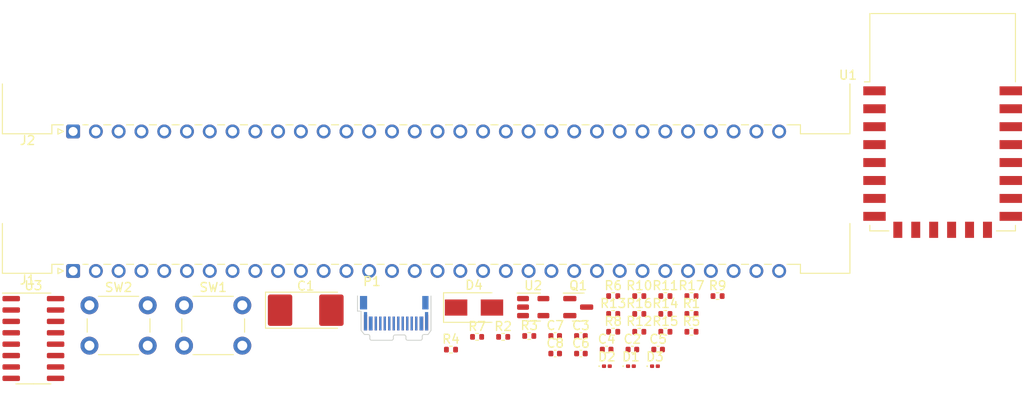
<source format=kicad_pcb>
(kicad_pcb (version 20211014) (generator pcbnew)
  (layers (0 "F.Cu" signal) (31 "B.Cu" signal) (34 "B.Paste" user) (35 "F.Paste" user) (36 "B.SilkS" user "B.Silkscreen") (37 "F.SilkS" user "F.Silkscreen") (38 "B.Mask" user) (39 "F.Mask" user) (44 "Edge.Cuts" user))
  (net 0 "")
  (net 1 "+3V3")
  (net 2 "+5VD")
  (net 3 "Net-(C4-Pad2)")
  (net 4 "Net-(C6-Pad1)")
  (net 5 "/nRST")
  (net 6 "/GPIO16")
  (net 7 "Net-(D1-Pad2)")
  (net 8 "/TXD")
  (net 9 "Net-(D2-Pad2)")
  (net 10 "/RXD")
  (net 11 "Net-(D3-Pad2)")
  (net 12 "/VDDUSB")
  (net 14 "Net-(P1-PadA6)")
  (net 15 "Net-(P1-PadA7)")
  (net 17 "Net-(Q1-Pad1)")
  (net 18 "Net-(Q1-Pad2)")
  (net 19 "/GPIO0")
  (net 20 "/GPIO2")
  (net 21 "/EN")
  (net 22 "Net-(R7-Pad2)")
  (net 23 "Net-(R9-Pad2)")
  (net 24 "/GPIO15")
  (net 25 "Net-(R12-Pad2)")
  (net 26 "Net-(R13-Pad1)")
  (net 27 "Net-(Q1-Pad4)")
  (net 28 "Net-(Q1-Pad5)")
  (net 29 "/ADC")
  (net 30 "/ADC EX")
  (net 31 "/GPIO14")
  (net 32 "/GPIO12")
  (net 33 "/GPIO13")
  (net 40 "/GPIO4")
  (net 41 "/GPIO5")
  (footprint "Capacitor_SMD:C_0402_1005Metric" (layer "F.Cu") (at 129.75 58.175)
    (fp_text reference "C6" (at 0 -1.16) (layer "F.SilkS"))
    (fp_text value "C")
    (fp_line (start -0.107836 -0.36) (end 0.107836 -0.36) (layer "F.SilkS") (width 0.12))
    (fp_line (start -0.107836 0.36) (end 0.107836 0.36) (layer "F.SilkS") (width 0.12))
    (pad "1" smd roundrect (at -0.48 0) (size 0.56 0.62) (layers "F.Cu" "F.Paste" "F.Mask") (net 4 "Net-(C6-Pad1)"))
    (pad "2" smd roundrect (at 0.48 0) (size 0.56 0.62) (layers "F.Cu" "F.Paste" "F.Mask") (net 1 "+3V3"))
  )
  (footprint "Resistor_SMD:R_0402_1005Metric" (layer "F.Cu") (at 133.35 51.765)
    (fp_text reference "R6" (at 0 -1.17) (layer "F.SilkS"))
    (fp_text value "R")
    (fp_line (start -0.153641 -0.38) (end 0.153641 -0.38) (layer "F.SilkS") (width 0.12))
    (fp_line (start -0.153641 0.38) (end 0.153641 0.38) (layer "F.SilkS") (width 0.12))
    (pad "1" smd roundrect (at -0.51 0) (size 0.54 0.64) (layers "F.Cu" "F.Paste" "F.Mask") (net 21 "/EN"))
    (pad "2" smd roundrect (at 0.51 0) (size 0.54 0.64) (layers "F.Cu" "F.Paste" "F.Mask") (net 1 "+3V3"))
  )
  (footprint "Resistor_SMD:R_0402_1005Metric" (layer "F.Cu") (at 118.17 56.315)
    (fp_text reference "R7" (at 0 -1.17) (layer "F.SilkS"))
    (fp_text value "R")
    (fp_line (start -0.153641 -0.38) (end 0.153641 -0.38) (layer "F.SilkS") (width 0.12))
    (fp_line (start -0.153641 0.38) (end 0.153641 0.38) (layer "F.SilkS") (width 0.12))
    (pad "1" smd roundrect (at -0.51 0) (size 0.54 0.64) (layers "F.Cu" "F.Paste" "F.Mask") (net 6 "/GPIO16"))
    (pad "2" smd roundrect (at 0.51 0) (size 0.54 0.64) (layers "F.Cu" "F.Paste" "F.Mask") (net 22 "Net-(R7-Pad2)"))
  )
  (footprint "Resistor_SMD:R_0402_1005Metric" (layer "F.Cu") (at 142.08 55.745)
    (fp_text reference "R5" (at 0 -1.17) (layer "F.SilkS"))
    (fp_text value "R")
    (fp_line (start -0.153641 -0.38) (end 0.153641 -0.38) (layer "F.SilkS") (width 0.12))
    (fp_line (start -0.153641 0.38) (end 0.153641 0.38) (layer "F.SilkS") (width 0.12))
    (pad "1" smd roundrect (at -0.51 0) (size 0.54 0.64) (layers "F.Cu" "F.Paste" "F.Mask") (net 1 "+3V3"))
    (pad "2" smd roundrect (at 0.51 0) (size 0.54 0.64) (layers "F.Cu" "F.Paste" "F.Mask") (net 11 "Net-(D3-Pad2)"))
  )
  (footprint "Resistor_SMD:R_0402_1005Metric" (layer "F.Cu") (at 123.99 56.215)
    (fp_text reference "R3" (at 0 -1.17) (layer "F.SilkS"))
    (fp_text value "R")
    (fp_line (start -0.153641 -0.38) (end 0.153641 -0.38) (layer "F.SilkS") (width 0.12))
    (fp_line (start -0.153641 0.38) (end 0.153641 0.38) (layer "F.SilkS") (width 0.12))
    (pad "1" smd roundrect (at -0.51 0) (size 0.54 0.64) (layers "F.Cu" "F.Paste" "F.Mask") (net 20 "/GPIO2"))
    (pad "2" smd roundrect (at 0.51 0) (size 0.54 0.64) (layers "F.Cu" "F.Paste" "F.Mask") (net 1 "+3V3"))
  )
  (footprint "Package_TO_SOT_SMD:SOT-23" (layer "F.Cu") (at 129.45 52.995)
    (fp_text reference "Q1" (at 0 -2.4) (layer "F.SilkS"))
    (fp_text value "Q_Dual_NPN_NPN_E1B1C2E2B2C1")
    (fp_line (start 0 -1.56) (end -1.675 -1.56) (layer "F.SilkS") (width 0.12))
    (fp_line (start 0 1.56) (end 0.65 1.56) (layer "F.SilkS") (width 0.12))
    (fp_line (start 0 1.56) (end -0.65 1.56) (layer "F.SilkS") (width 0.12))
    (fp_line (start 0 -1.56) (end 0.65 -1.56) (layer "F.SilkS") (width 0.12))
    (pad "1" smd roundrect (at -0.9375 -0.95) (size 1.475 0.6) (layers "F.Cu" "F.Paste" "F.Mask") (net 17 "Net-(Q1-Pad1)"))
    (pad "2" smd roundrect (at -0.9375 0.95) (size 1.475 0.6) (layers "F.Cu" "F.Paste" "F.Mask") (net 18 "Net-(Q1-Pad2)"))
    (pad "3" smd roundrect (at 0.9375 0) (size 1.475 0.6) (layers "F.Cu" "F.Paste" "F.Mask") (net 19 "/GPIO0"))
  )
  (footprint "Capacitor_SMD:C_0402_1005Metric" (layer "F.Cu") (at 135.49 57.725)
    (fp_text reference "C2" (at 0 -1.16) (layer "F.SilkS"))
    (fp_text value "C")
    (fp_line (start -0.107836 0.36) (end 0.107836 0.36) (layer "F.SilkS") (width 0.12))
    (fp_line (start -0.107836 -0.36) (end 0.107836 -0.36) (layer "F.SilkS") (width 0.12))
    (pad "1" smd roundrect (at -0.48 0) (size 0.56 0.62) (layers "F.Cu" "F.Paste" "F.Mask") (net 2 "+5VD"))
    (pad "2" smd roundrect (at 0.48 0) (size 0.56 0.62) (layers "F.Cu" "F.Paste" "F.Mask") (net 1 "+3V3"))
  )
  (footprint "Resistor_SMD:R_0402_1005Metric" (layer "F.Cu") (at 136.26 53.755)
    (fp_text reference "R16" (at 0 -1.17) (layer "F.SilkS"))
    (fp_text value "R")
    (fp_line (start -0.153641 0.38) (end 0.153641 0.38) (layer "F.SilkS") (width 0.12))
    (fp_line (start -0.153641 -0.38) (end 0.153641 -0.38) (layer "F.SilkS") (width 0.12))
    (pad "1" smd roundrect (at -0.51 0) (size 0.54 0.64) (layers "F.Cu" "F.Paste" "F.Mask") (net 29 "/ADC"))
    (pad "2" smd roundrect (at 0.51 0) (size 0.54 0.64) (layers "F.Cu" "F.Paste" "F.Mask") (net 30 "/ADC EX"))
  )
  (footprint "Diode_SMD:D_SMA" (layer "F.Cu") (at 117.83 53.045)
    (fp_text reference "D4" (at 0 -2.5) (layer "F.SilkS"))
    (fp_text value "B120-E3")
    (fp_line (start -3.4 1.65) (end 2 1.65) (layer "F.SilkS") (width 0.12))
    (fp_line (start -3.4 -1.65) (end -3.4 1.65) (layer "F.SilkS") (width 0.12))
    (fp_line (start -3.4 -1.65) (end 2 -1.65) (layer "F.SilkS") (width 0.12))
    (pad "1" smd rect (at -2 0) (size 2.5 1.8) (layers "F.Cu" "F.Paste" "F.Mask") (net 2 "+5VD"))
    (pad "2" smd rect (at 2 0) (size 2.5 1.8) (layers "F.Cu" "F.Paste" "F.Mask") (net 12 "/VDDUSB"))
  )
  (footprint "Resistor_SMD:R_0402_1005Metric" (layer "F.Cu") (at 121.08 56.315)
    (fp_text reference "R2" (at 0 -1.17) (layer "F.SilkS"))
    (fp_text value "R")
    (fp_line (start -0.153641 -0.38) (end 0.153641 -0.38) (layer "F.SilkS") (width 0.12))
    (fp_line (start -0.153641 0.38) (end 0.153641 0.38) (layer "F.SilkS") (width 0.12))
    (pad "1" smd roundrect (at -0.51 0) (size 0.54 0.64) (layers "F.Cu" "F.Paste" "F.Mask") (net 19 "/GPIO0"))
    (pad "2" smd roundrect (at 0.51 0) (size 0.54 0.64) (layers "F.Cu" "F.Paste" "F.Mask") (net 1 "+3V3"))
  )
  (footprint "Resistor_SMD:R_0402_1005Metric" (layer "F.Cu") (at 133.35 53.755)
    (fp_text reference "R13" (at 0 -1.17) (layer "F.SilkS"))
    (fp_text value "R")
    (fp_line (start -0.153641 -0.38) (end 0.153641 -0.38) (layer "F.SilkS") (width 0.12))
    (fp_line (start -0.153641 0.38) (end 0.153641 0.38) (layer "F.SilkS") (width 0.12))
    (pad "1" smd roundrect (at -0.51 0) (size 0.54 0.64) (layers "F.Cu" "F.Paste" "F.Mask") (net 26 "Net-(R13-Pad1)"))
    (pad "2" smd roundrect (at 0.51 0) (size 0.54 0.64) (layers "F.Cu" "F.Paste" "F.Mask") (net 8 "/TXD"))
  )
  (footprint "LED_SMD:LED_0201_0603Metric" (layer "F.Cu") (at 138.005 59.585)
    (fp_text reference "D3" (at 0 -1.05) (layer "F.SilkS"))
    (fp_text value "LED")
    (fp_circle (center -0.86 0) (end -0.81 0) (layer "F.SilkS") (width 0.1) (fill none))
    (pad "1" smd roundrect (at -0.32 0) (size 0.46 0.4) (layers "F.Cu" "F.Mask") (net 10 "/RXD"))
    (pad "2" smd roundrect (at 0.32 0) (size 0.46 0.4) (layers "F.Cu" "F.Mask") (net 11 "Net-(D3-Pad2)"))
  )
  (footprint "Capacitor_SMD:C_0402_1005Metric" (layer "F.Cu") (at 138.36 57.725)
    (fp_text reference "C5" (at 0 -1.16) (layer "F.SilkS"))
    (fp_text value "C")
    (fp_line (start -0.107836 0.36) (end 0.107836 0.36) (layer "F.SilkS") (width 0.12))
    (fp_line (start -0.107836 -0.36) (end 0.107836 -0.36) (layer "F.SilkS") (width 0.12))
    (pad "1" smd roundrect (at -0.48 0) (size 0.56 0.62) (layers "F.Cu" "F.Paste" "F.Mask") (net 2 "+5VD"))
    (pad "2" smd roundrect (at 0.48 0) (size 0.56 0.62) (layers "F.Cu" "F.Paste" "F.Mask") (net 1 "+3V3"))
  )
  (footprint "Resistor_SMD:R_0402_1005Metric" (layer "F.Cu") (at 142.08 51.765)
    (fp_text reference "R17" (at 0 -1.17) (layer "F.SilkS"))
    (fp_text value "R")
    (fp_line (start -0.153641 -0.38) (end 0.153641 -0.38) (layer "F.SilkS") (width 0.12))
    (fp_line (start -0.153641 0.38) (end 0.153641 0.38) (layer "F.SilkS") (width 0.12))
    (pad "1" smd roundrect (at -0.51 0) (size 0.54 0.64) (layers "F.Cu" "F.Paste" "F.Mask") (net 29 "/ADC"))
    (pad "2" smd roundrect (at 0.51 0) (size 0.54 0.64) (layers "F.Cu" "F.Paste" "F.Mask") (net 1 "+3V3"))
  )
  (footprint "Resistor_SMD:R_0402_1005Metric" (layer "F.Cu") (at 133.35 55.745)
    (fp_text reference "R8" (at 0 -1.17) (layer "F.SilkS"))
    (fp_text value "R")
    (fp_line (start -0.153641 -0.38) (end 0.153641 -0.38) (layer "F.SilkS") (width 0.12))
    (fp_line (start -0.153641 0.38) (end 0.153641 0.38) (layer "F.SilkS") (width 0.12))
    (pad "1" smd roundrect (at -0.51 0) (size 0.54 0.64) (layers "F.Cu" "F.Paste" "F.Mask") (net 5 "/nRST"))
    (pad "2" smd roundrect (at 0.51 0) (size 0.54 0.64) (layers "F.Cu" "F.Paste" "F.Mask") (net 22 "Net-(R7-Pad2)"))
  )
  (footprint "Resistor_SMD:R_0402_1005Metric" (layer "F.Cu") (at 142.08 53.755)
    (fp_text reference "R1" (at 0 -1.17) (layer "F.SilkS"))
    (fp_text value "R")
    (fp_line (start -0.153641 0.38) (end 0.153641 0.38) (layer "F.SilkS") (width 0.12))
    (fp_line (start -0.153641 -0.38) (end 0.153641 -0.38) (layer "F.SilkS") (width 0.12))
    (pad "1" smd roundrect (at -0.51 0) (size 0.54 0.64) (layers "F.Cu" "F.Paste" "F.Mask") (net 1 "+3V3"))
    (pad "2" smd roundrect (at 0.51 0) (size 0.54 0.64) (layers "F.Cu" "F.Paste" "F.Mask") (net 7 "Net-(D1-Pad2)"))
  )
  (footprint "Capacitor_Tantalum_SMD:CP_EIA-7132-28_AVX-C_Pad2.72x3.50mm_HandSolder" (layer "F.Cu") (at 99.06 53.34)
    (fp_text reference "C1" (at 0 -2.7) (layer "F.SilkS"))
    (fp_text value "C_Polarized")
    (fp_line (start -4.485 2.01) (end 3.55 2.01) (layer "F.SilkS") (width 0.12))
    (fp_line (start 3.55 -2.01) (end -4.485 -2.01) (layer "F.SilkS") (width 0.12))
    (fp_line (start -4.485 -2.01) (end -4.485 2.01) (layer "F.SilkS") (width 0.12))
    (pad "1" smd roundrect (at -2.8625 0) (size 2.725 3.5) (layers "F.Cu" "F.Paste" "F.Mask") (roundrect_rratio 0.091743) (net 1 "+3V3"))
    (pad "2" smd roundrect (at 2.8625 0) (size 2.725 3.5) (layers "F.Cu" "F.Paste" "F.Mask") (roundrect_rratio 0.091743) (net 1 "+3V3"))
  )
  (footprint "Resistor_SMD:R_0402_1005Metric" (layer "F.Cu") (at 136.26 51.765)
    (fp_text reference "R10" (at 0 -1.17) (layer "F.SilkS"))
    (fp_text value "R")
    (fp_line (start -0.153641 -0.38) (end 0.153641 -0.38) (layer "F.SilkS") (width 0.12))
    (fp_line (start -0.153641 0.38) (end 0.153641 0.38) (layer "F.SilkS") (width 0.12))
    (pad "1" smd roundrect (at -0.51 0) (size 0.54 0.64) (layers "F.Cu" "F.Paste" "F.Mask") (net 5 "/nRST"))
    (pad "2" smd roundrect (at 0.51 0) (size 0.54 0.64) (layers "F.Cu" "F.Paste" "F.Mask") (net 1 "+3V3"))
  )
  (footprint "Resistor_SMD:R_0402_1005Metric" (layer "F.Cu") (at 144.99 51.765)
    (fp_text reference "R9" (at 0 -1.17) (layer "F.SilkS"))
    (fp_text value "R")
    (fp_line (start -0.153641 -0.38) (end 0.153641 -0.38) (layer "F.SilkS") (width 0.12))
    (fp_line (start -0.153641 0.38) (end 0.153641 0.38) (layer "F.SilkS") (width 0.12))
    (pad "1" smd roundrect (at -0.51 0) (size 0.54 0.64) (layers "F.Cu" "F.Paste" "F.Mask") (net 19 "/GPIO0"))
    (pad "2" smd roundrect (at 0.51 0) (size 0.54 0.64) (layers "F.Cu" "F.Paste" "F.Mask") (net 23 "Net-(R9-Pad2)"))
  )
  (footprint "Capacitor_SMD:C_0402_1005Metric" (layer "F.Cu") (at 126.88 56.205)
    (fp_text reference "C7" (at 0 -1.16) (layer "F.SilkS"))
    (fp_text value "C")
    (fp_line (start -0.107836 0.36) (end 0.107836 0.36) (layer "F.SilkS") (width 0.12))
    (fp_line (start -0.107836 -0.36) (end 0.107836 -0.36) (layer "F.SilkS") (width 0.12))
    (pad "1" smd roundrect (at -0.48 0) (size 0.56 0.62) (layers "F.Cu" "F.Paste" "F.Mask") (net 1 "+3V3"))
    (pad "2" smd roundrect (at 0.48 0) (size 0.56 0.62) (layers "F.Cu" "F.Paste" "F.Mask") (net 1 "+3V3"))
  )
  (footprint "Resistor_SMD:R_0402_1005Metric" (layer "F.Cu") (at 139.17 53.755)
    (fp_text reference "R14" (at 0 -1.17) (layer "F.SilkS"))
    (fp_text value "R")
    (fp_line (start -0.153641 -0.38) (end 0.153641 -0.38) (layer "F.SilkS") (width 0.12))
    (fp_line (start -0.153641 0.38) (end 0.153641 0.38) (layer "F.SilkS") (width 0.12))
    (pad "1" smd roundrect (at -0.51 0) (size 0.54 0.64) (layers "F.Cu" "F.Paste" "F.Mask") (net 18 "Net-(Q1-Pad2)"))
    (pad "2" smd roundrect (at 0.51 0) (size 0.54 0.64) (layers "F.Cu" "F.Paste" "F.Mask") (net 27 "Net-(Q1-Pad4)"))
  )
  (footprint "Resistor_SMD:R_0402_1005Metric" (layer "F.Cu") (at 136.26 55.745)
    (fp_text reference "R12" (at 0 -1.17) (layer "F.SilkS"))
    (fp_text value "R")
    (fp_line (start -0.153641 -0.38) (end 0.153641 -0.38) (layer "F.SilkS") (width 0.12))
    (fp_line (start -0.153641 0.38) (end 0.153641 0.38) (layer "F.SilkS") (width 0.12))
    (pad "1" smd roundrect (at -0.51 0) (size 0.54 0.64) (layers "F.Cu" "F.Paste" "F.Mask") (net 10 "/RXD"))
    (pad "2" smd roundrect (at 0.51 0) (size 0.54 0.64) (layers "F.Cu" "F.Paste" "F.Mask") (net 25 "Net-(R12-Pad2)"))
  )
  (footprint "LED_SMD:LED_0201_0603Metric" (layer "F.Cu") (at 132.645 59.585)
    (fp_text reference "D2" (at 0 -1.05) (layer "F.SilkS"))
    (fp_text value "LED")
    (fp_circle (center -0.86 0) (end -0.81 0) (layer "F.SilkS") (width 0.1) (fill none))
    (pad "1" smd roundrect (at -0.32 0) (size 0.46 0.4) (layers "F.Cu" "F.Mask") (net 8 "/TXD"))
    (pad "2" smd roundrect (at 0.32 0) (size 0.46 0.4) (layers "F.Cu" "F.Mask") (net 9 "Net-(D2-Pad2)"))
  )
  (footprint "Package_SO:SOIC-16_3.9x9.9mm_P1.27mm" (layer "F.Cu") (at 68.69 56.495)
    (fp_text reference "U3" (at 0 -5.9) (layer "F.SilkS"))
    (fp_text value "CH340C")
    (fp_line (start 0 5.06) (end 1.95 5.06) (layer "F.SilkS") (width 0.12))
    (fp_line (start 0 -5.06) (end -3.45 -5.06) (layer "F.SilkS") (width 0.12))
    (fp_line (start 0 5.06) (end -1.95 5.06) (layer "F.SilkS") (width 0.12))
    (fp_line (start 0 -5.06) (end 1.95 -5.06) (layer "F.SilkS") (width 0.12))
    (pad "1" smd roundrect (at -2.475 -4.445) (size 1.95 0.6) (layers "F.Cu" "F.Paste" "F.Mask") (net 1 "+3V3"))
    (pad "2" smd roundrect (at -2.475 -3.175) (size 1.95 0.6) (layers "F.Cu" "F.Paste" "F.Mask") (net 25 "Net-(R12-Pad2)"))
    (pad "3" smd roundrect (at -2.475 -1.905) (size 1.95 0.6) (layers "F.Cu" "F.Paste" "F.Mask") (net 26 "Net-(R13-Pad1)"))
    (pad "4" smd roundrect (at -2.475 -0.635) (size 1.95 0.6) (layers "F.Cu" "F.Paste" "F.Mask") (net 3 "Net-(C4-Pad2)"))
    (pad "5" smd roundrect (at -2.475 0.635) (size 1.95 0.6) (layers "F.Cu" "F.Paste" "F.Mask") (net 14 "Net-(P1-PadA6)"))
    (pad "6" smd roundrect (at -2.475 1.905) (size 1.95 0.6) (layers "F.Cu" "F.Paste" "F.Mask") (net 15 "Net-(P1-PadA7)"))
    (pad "7" smd roundrect (at -2.475 3.175) (size 1.95 0.6) (layers "F.Cu" "F.Paste" "F.Mask"))
    (pad "8" smd roundrect (at -2.475 4.445) (size 1.95 0.6) (layers "F.Cu" "F.Paste" "F.Mask"))
    (pad "9" smd roundrect (at 2.475 4.445) (size 1.95 0.6) (layers "F.Cu" "F.Paste" "F.Mask"))
    (pad "10" smd roundrect (at 2.475 3.175) (size 1.95 0.6) (layers "F.Cu" "F.Paste" "F.Mask"))
    (pad "11" smd roundrect (at 2.475 1.905) (size 1.95 0.6) (layers "F.Cu" "F.Paste" "F.Mask"))
    (pad "12" smd roundrect (at 2.475 0.635) (size 1.95 0.6) (layers "F.Cu" "F.Paste" "F.Mask"))
    (pad "13" smd roundrect (at 2.475 -0.635) (size 1.95 0.6) (layers "F.Cu" "F.Paste" "F.Mask") (net 27 "Net-(Q1-Pad4)"))
    (pad "14" smd roundrect (at 2.475 -1.905) (size 1.95 0.6) (layers "F.Cu" "F.Paste" "F.Mask") (net 17 "Net-(Q1-Pad1)"))
    (pad "15" smd roundrect (at 2.475 -3.175) (size 1.95 0.6) (layers "F.Cu" "F.Paste" "F.Mask"))
    (pad "16" smd roundrect (at 2.475 -4.445) (size 1.95 0.6) (layers "F.Cu" "F.Paste" "F.Mask") (net 2 "+5VD"))
  )
  (footprint "Capacitor_SMD:C_0402_1005Metric" (layer "F.Cu") (at 126.88 58.175)
    (fp_text reference "C8" (at 0 -1.16) (layer "F.SilkS"))
    (fp_text value "C")
    (fp_line (start -0.107836 0.36) (end 0.107836 0.36) (layer "F.SilkS") (width 0.12))
    (fp_line (start -0.107836 -0.36) (end 0.107836 -0.36) (layer "F.SilkS") (width 0.12))
    (pad "1" smd roundrect (at -0.48 0) (size 0.56 0.62) (layers "F.Cu" "F.Paste" "F.Mask") (net 1 "+3V3"))
    (pad "2" smd roundrect (at 0.48 0) (size 0.56 0.62) (layers "F.Cu" "F.Paste" "F.Mask") (net 5 "/nRST"))
  )
  (footprint "Resistor_SMD:R_0402_1005Metric" (layer "F.Cu") (at 115.26 57.735)
    (fp_text reference "R4" (at 0 -1.17) (layer "F.SilkS"))
    (fp_text value "R")
    (fp_line (start -0.153641 0.38) (end 0.153641 0.38) (layer "F.SilkS") (width 0.12))
    (fp_line (start -0.153641 -0.38) (end 0.153641 -0.38) (layer "F.SilkS") (width 0.12))
    (pad "1" smd roundrect (at -0.51 0) (size 0.54 0.64) (layers "F.Cu" "F.Paste" "F.Mask") (net 1 "+3V3"))
    (pad "2" smd roundrect (at 0.51 0) (size 0.54 0.64) (layers "F.Cu" "F.Paste" "F.Mask") (net 9 "Net-(D2-Pad2)"))
  )
  (footprint "Button_Switch_THT:SW_PUSH_6mm" (layer "F.Cu") (at 85.49 52.795)
    (fp_text reference "SW1" (at 3.25 -2) (layer "F.SilkS"))
    (fp_text value "SW_Push")
    (fp_line (start 1 5.5) (end 5.5 5.5) (layer "F.SilkS") (width 0.12))
    (fp_line (start 5.5 -1) (end 1 -1) (layer "F.SilkS") (width 0.12))
    (fp_line (start 6.75 3) (end 6.75 1.5) (layer "F.SilkS") (width 0.12))
    (fp_line (start -0.25 1.5) (end -0.25 3) (layer "F.SilkS") (width 0.12))
    (pad "1" thru_hole circle (at 0 0 90) (size 2 2) (drill 1.1) (layers *.Cu *.Mask) (net 22 "Net-(R7-Pad2)"))
    (pad "1" thru_hole circle (at 6.5 0 90) (size 2 2) (drill 1.1) (layers *.Cu *.Mask) (net 22 "Net-(R7-Pad2)"))
    (pad "2" thru_hole circle (at 6.5 4.5 90) (size 2 2) (drill 1.1) (layers *.Cu *.Mask) (net 1 "+3V3"))
    (pad "2" thru_hole circle (at 0 4.5 90) (size 2 2) (drill 1.1) (layers *.Cu *.Mask) (net 1 "+3V3"))
  )
  (footprint "Connector_USB:USB_C_Plug_JAE_DX07P024AJ1" (layer "F.Cu") (at 109.1325 53.675)
    (fp_text reference "P1" (at -2.6925 -3.54) (layer "F.SilkS"))
    (fp_text value "USB_C_Plug_USB2.0")
    (fp_line (start 3.575 2.3725) (end 3.9 1.9225) (layer "Edge.Cuts") (width 0.1))
    (fp_line (start 1.1 2.8225) (end 1.1 2.6225) (layer "Edge.Cuts") (width 0.1))
    (fp_line (start -0.3 2.6225) (end -0.3 2.8225) (layer "Edge.Cuts") (width 0.1))
    (fp_line (start -3.125 2.3725) (end -3.53 2.3725) (layer "Edge.Cuts") (width 0.1))
    (fp_line (start -0.1 2.4225) (end 0.9 2.4225) (layer "Edge.Cuts") (width 0.1))
    (fp_line (start -3.53 2.3725) (end -3.9 1.9225) (layer "Edge.Cuts") (width 0.1))
    (fp_line (start -3.9 1.9225) (end -3.9 -0.2275) (layer "Edge.Cuts") (width 0.1))
    (fp_line (start 3.9 1.9225) (end 3.9 -1.9175) (layer "Edge.Cuts") (width 0.1))
    (fp_line (start -4.3 -1.93) (end -4.3 -0.2275) (layer "Edge.Cuts") (width 0.1))
    (fp_line (start 1.3 3.0225) (end 2.725 3.0225) (layer "Edge.Cuts") (width 0.1))
    (fp_line (start 2.925 2.8225) (end 2.925 2.5725) (layer "Edge.Cuts") (width 0.1))
    (fp_line (start -2.925 2.8225) (end -2.925 2.5725) (layer "Edge.Cuts") (width 0.1))
    (fp_line (start -0.5 3.0225) (end -2.725 3.0225) (layer "Edge.Cuts") (width 0.1))
    (fp_line (start -4.3 -0.2275) (end -3.9 -0.2275) (layer "Edge.Cuts") (width 0.1))
    (fp_line (start 3.125 2.3725) (end 3.575 2.3725) (layer "Edge.Cuts") (width 0.1))
    (fp_arc (start -3.125 2.3725) (mid -2.983579 2.431079) (end -2.925 2.5725) (layer "Edge.Cuts") (width 0.1))
    (fp_arc (start 2.925 2.5725) (mid 2.983579 2.431079) (end 3.125 2.3725) (layer "Edge.Cuts") (width 0.1))
    (fp_arc (start -0.3 2.6225) (mid -0.241421 2.481079) (end -0.1 2.4225) (layer "Edge.Cuts") (width 0.1))
    (fp_arc (start 0.9 2.4225) (mid 1.041421 2.481079) (end 1.1 2.6225) (layer "Edge.Cuts") (width 0.1))
    (fp_arc (start -2.725 3.0225) (mid -2.866421 2.963921) (end -2.925 2.8225) (layer "Edge.Cuts") (width 0.1))
    (fp_arc (start 2.925 2.8225) (mid 2.866421 2.963921) (end 2.725 3.0225) (layer "Edge.Cuts") (width 0.1))
    (fp_arc (start -0.3 2.8225) (mid -0.358579 2.963921) (end -0.5 3.0225) (layer "Edge.Cuts") (width 0.1))
    (fp_arc (start 1.3 3.0225) (mid 1.158579 2.963921) (end 1.1 2.8225) (layer "Edge.Cuts") (width 0.1))
    (pad "" smd rect (at -3.405 1.0475) (size 0.36 1.75) (layers "F.Cu" "F.Mask"))
    (pad "" smd rect (at 3.405 1.0475) (size 0.36 1.75) (layers "F.Cu" "F.Mask"))
    (pad "A1" smd rect (at 2.825 1.1475) (size 0.41 1.55) (layers "F.Cu" "F.Paste" "F.Mask") (net 1 "+3V3"))
    (pad "A2" smd rect (at 2.25 1.1475) (size 0.26 1.55) (layers "F.Cu" "F.Paste" "F.Mask"))
    (pad "A3" smd rect (at 1.75 1.1475) (size 0.26 1.55) (layers "F.Cu" "F.Paste" "F.Mask"))
    (pad "A4" smd rect (at 1.25 1.1475) (size 0.26 1.55) (layers "F.Cu" "F.Paste" "F.Mask") (net 12 "/VDDUSB"))
    (pad "A5" smd rect (at 0.75 1.1475) (size 0.26 1.55) (layers "F.Cu" "F.Paste" "F.Mask"))
    (pad "A6" smd rect (at 0.25 1.1475 180) (size 0.26 1.55) (layers "F.Cu" "F.Paste" "F.Mask") (net 14 "Net-(P1-PadA6)"))
    (pad "A7" smd rect (at -0.25 1.1475 180) (size 0.26 1.55) (layers "F.Cu" "F.Paste" "F.Mask") (net 15 "Net-(P1-PadA7)"))
    (pad "A8" smd rect (at -0.75 1.1475) (size 0.26 1.55) (layers "F.Cu" "F.Paste" "F.Mask"))
    (pad "A9" smd rect (at -1.25 1.1475) (size 0.26 1.55) (layers "F.Cu" "F.Paste" "F.Mask") (net 12 "/VDDUSB"))
    (pad "A10" smd rect (at -1.75 1.1475) (size 0.26 1.55) (layers "F.Cu" "F.Paste" "F.Mask"))
    (pad "A11" smd rect (at -2.25 1.1475) (size 0.26 1.55) (layers "F.Cu" "F.Paste" "F.Mask"))
    (pad "A12" smd rect (at -2.825 1.1475) (size 0.41 1.55) (layers "F.Cu" "F.Paste" "F.Mask") (net 1 "+3V3"))
    (pad "B1" smd rect (at -2.825 1.1475) (size 0.41 1.55) (layers "B.Cu" "B.Paste" "B.Mask") (net 1 "+3V3"))
    (pad "B2" smd rect (at -2.25 1.1475) (size 0.26 1.55) (layers "B.Cu" "B.Paste" "B.Mask"))
    (pad "B3" smd rect (at -1.75 1.1475) (size 0.26 1.55) (layers "B.Cu" "B.Paste" "B.Mask"))
    (pad "B4" smd rect (at -1.25 1.1475) (size 0.26 1.55) (layers "B.Cu" "B.Paste" "B.Mask") (net 12 "/VDDUSB"))
    (pad "B5" smd rect (at -0.75 1.1475) (size 0.26 1.55) (layers "B.Cu" "B.Paste" "B.Mask"))
    (pad "B6" smd rect (at -0.25 1.1475 180) (size 0.26 1.55) (layers "B.Cu" "B.Paste" "B.Mask"))
    (pad "B7" smd rect (at 0.25 1.1475) (size 0.26 1.55) (layers "B.Cu" "B.Paste" "B.Mask"))
    (pad "B8" smd rect (at 0.75 1.1475) (size 0.26 1.55) (layers "B.Cu" "B.Paste" "B.Mask"))
    (pad "B9" smd rect (at 1.25 1.1475) (size 0.26 1.55) (layers "B.Cu" "B.Paste" "B.Mask") (net 12 "/VDDUSB"))
    (pad "B10" smd rect (at 1.75 1.1475) (size 0.26 1.55) (layers "B.Cu" "B.Paste" "B.Mask"))
    (pad "B11" smd rect (at 2.25 1.1475) (size 0.26 1.55) (layers "B.Cu" "B.Paste" "B.Mask"))
    (pad "B12" smd rect (at 2.825 1.1475) (size 0.41 1.55) (layers "B.Cu" "B.Paste" "B.Mask") (net 1 "+3V3"))
    (pad "S1" smd rect (at -3.405 0.8975) (size 0.36 2.05) (layers "B.Cu" "B.Paste" "B.Mask") (net 1 "+3V3"))
    (pad "S1" smd rect (at -3.625 -1.1725) (size 0.8 1.5) (layers "B.Cu" "B.Paste" "B.Mask") (net 1 "+3V3"))
    (pad "S1" smd rect (at 3.27 -1.1725 180) (size 0.7 1.5) (layers "B.Cu" "B.Paste" "B.Mask") (net 1 "+3V3"))
    (pad "S1" smd rect (at 3.405 0.8975) (size 0.36 2.05) (layers "B.Cu" "B.Paste" "B.Mask") (net 1 "+3V3"))
  )
  (footprint "Capacitor_SMD:C_0402_1005Metric" (layer "F.Cu") (at 129.75 56.205)
    (fp_text reference "C3" (at 0 -1.16) (layer "F.SilkS"))
    (fp_text value "C")
    (fp_line (start -0.107836 -0.36) (end 0.107836 -0.36) (layer "F.SilkS") (width 0.12))
    (fp_line (start -0.107836 0.36) (end 0.107836 0.36) (layer "F.SilkS") (width 0.12))
    (pad "1" smd roundrect (at -0.48 0) (size 0.56 0.62) (layers "F.Cu" "F.Paste" "F.Mask") (net 2 "+5VD"))
    (pad "2" smd roundrect (at 0.48 0) (size 0.56 0.62) (layers "F.Cu" "F.Paste" "F.Mask") (net 1 "+3V3"))
  )
  (footprint "LED_SMD:LED_0201_0603Metric" (layer "F.Cu") (at 135.325 59.585)
    (fp_text reference "D1" (at 0 -1.05) (layer "F.SilkS"))
    (fp_text value "LED")
    (fp_circle (center -0.86 0) (end -0.81 0) (layer "F.SilkS") (width 0.1) (fill none))
    (pad "1" smd roundrect (at -0.32 0) (size 0.46 0.4) (layers "F.Cu" "F.Mask") (net 6 "/GPIO16"))
    (pad "2" smd roundrect (at 0.32 0) (size 0.46 0.4) (layers "F.Cu" "F.Mask") (net 7 "Net-(D1-Pad2)"))
  )
  (footprint "Button_Switch_THT:SW_PUSH_6mm" (layer "F.Cu") (at 74.94 52.795)
    (fp_text reference "SW2" (at 3.25 -2) (layer "F.SilkS"))
    (fp_text value "SW_Push")
    (fp_line (start 6.75 3) (end 6.75 1.5) (layer "F.SilkS") (width 0.12))
    (fp_line (start 5.5 -1) (end 1 -1) (layer "F.SilkS") (width 0.12))
    (fp_line (start 1 5.5) (end 5.5 5.5) (layer "F.SilkS") (width 0.12))
    (fp_line (start -0.25 1.5) (end -0.25 3) (layer "F.SilkS") (width 0.12))
    (pad "1" thru_hole circle (at 0 0 90) (size 2 2) (drill 1.1) (layers *.Cu *.Mask) (net 23 "Net-(R9-Pad2)"))
    (pad "1" thru_hole circle (at 6.5 0 90) (size 2 2) (drill 1.1) (layers *.Cu *.Mask) (net 23 "Net-(R9-Pad2)"))
    (pad "2" thru_hole circle (at 6.5 4.5 90) (size 2 2) (drill 1.1) (layers *.Cu *.Mask) (net 1 "+3V3"))
    (pad "2" thru_hole circle (at 0 4.5 90) (size 2 2) (drill 1.1) (layers *.Cu *.Mask) (net 1 "+3V3"))
  )
  (footprint "RF_Module:ESP-12E" (layer "F.Cu") (at 170.09 32.375)
    (fp_text reference "U1" (at -10.56 -5.26) (layer "F.SilkS"))
    (fp_text value "ESP-12E")
    (fp_line (start -8.12 -4.5) (end -8.73 -4.5) (layer "F.SilkS") (width 0.12))
    (fp_line (start 8.12 11.5) (end 8.12 12.12) (layer "F.SilkS") (width 0.12))
    (fp_line (start -8.12 -12.12) (end 8.12 -12.12) (layer "F.SilkS") (width 0.12))
    (fp_line (start -8.12 -4.5) (end -8.12 -12.12) (layer "F.SilkS") (width 0.12))
    (fp_line (start 8.12 -12.12) (end 8.12 -4.5) (layer "F.SilkS") (width 0.12))
    (fp_line (start 8.12 12.12) (end 6 12.12) (layer "F.SilkS") (width 0.12))
    (fp_line (start -8.12 12.12) (end -8.12 11.5) (layer "F.SilkS") (width 0.12))
    (fp_line (start -6 12.12) (end -8.12 12.12) (layer "F.SilkS") (width 0.12))
    (pad "1" smd rect (at -7.6 -3.5) (size 2.5 1) (layers "F.Cu" "F.Paste" "F.Mask") (net 5 "/nRST"))
    (pad "2" smd rect (at -7.6 -1.5) (size 2.5 1) (layers "F.Cu" "F.Paste" "F.Mask") (net 29 "/ADC"))
    (pad "3" smd rect (at -7.6 0.5) (size 2.5 1) (layers "F.Cu" "F.Paste" "F.Mask") (net 21 "/EN"))
    (pad "4" smd rect (at -7.6 2.5) (size 2.5 1) (layers "F.Cu" "F.Paste" "F.Mask") (net 6 "/GPIO16"))
    (pad "5" smd rect (at -7.6 4.5) (size 2.5 1) (layers "F.Cu" "F.Paste" "F.Mask") (net 31 "/GPIO14"))
    (pad "6" smd rect (at -7.6 6.5) (size 2.5 1) (layers "F.Cu" "F.Paste" "F.Mask") (net 32 "/GPIO12"))
    (pad "7" smd rect (at -7.6 8.5) (size 2.5 1) (layers "F.Cu" "F.Paste" "F.Mask") (net 33 "/GPIO13"))
    (pad "8" smd rect (at -7.6 10.5) (size 2.5 1) (layers "F.Cu" "F.Paste" "F.Mask") (net 1 "+3V3"))
    (pad "9" smd rect (at -5 12) (size 1 1.8) (layers "F.Cu" "F.Paste" "F.Mask"))
    (pad "10" smd rect (at -3 12) (size 1 1.8) (layers "F.Cu" "F.Paste" "F.Mask"))
    (pad "11" smd rect (at -1 12) (size 1 1.8) (layers "F.Cu" "F.Paste" "F.Mask"))
    (pad "12" smd rect (at 1 12) (size 1 1.8) (layers "F.Cu" "F.Paste" "F.Mask"))
    (pad "13" smd rect (at 3 12) (size 1 1.8) (layers "F.Cu" "F.Paste" "F.Mask"))
    (pad "14" smd rect (at 5 12) (size 1 1.8) (layers "F.Cu" "F.Paste" "F.Mask"))
    (pad "15" smd rect (at 7.6 10.5) (size 2.5 1) (layers "F.Cu" "F.Paste" "F.Mask") (net 1 "+3V3"))
    (pad "16" smd rect (at 7.6 8.5) (size 2.5 1) (layers "F.Cu" "F.Paste" "F.Mask") (net 24 "/GPIO15"))
    (pad "17" smd rect (at 7.6 6.5) (size 2.5 1) (layers "F.Cu" "F.Paste" "F.Mask") (net 20 "/GPIO2"))
    (pad "18" smd rect (at 7.6 4.5) (size 2.5 1) (layers "F.Cu" "F.Paste" "F.Mask") (net 19 "/GPIO0"))
    (pad "19" smd rect (at 7.6 2.5) (size 2.5 1) (layers "F.Cu" "F.Paste" "F.Mask") (net 40 "/GPIO4"))
    (pad "20" smd rect (at 7.6 0.5) (size 2.5 1) (layers "F.Cu" "F.Paste" "F.Mask") (net 41 "/GPIO5"))
    (pad "21" smd rect (at 7.6 -1.5) (size 2.5 1) (layers "F.Cu" "F.Paste" "F.Mask") (net 10 "/RXD"))
    (pad "22" smd rect (at 7.6 -3.5) (size 2.5 1) (layers "F.Cu" "F.Paste" "F.Mask") (net 8 "/TXD"))
  )
  (footprint "Resistor_SMD:R_0402_1005Metric" (layer "F.Cu") (at 139.17 55.745)
    (fp_text reference "R15" (at 0 -1.17) (layer "F.SilkS"))
    (fp_text value "R")
    (fp_line (start -0.153641 -0.38) (end 0.153641 -0.38) (layer "F.SilkS") (width 0.12))
    (fp_line (start -0.153641 0.38) (end 0.153641 0.38) (layer "F.SilkS") (width 0.12))
    (pad "1" smd roundrect (at -0.51 0) (size 0.54 0.64) (layers "F.Cu" "F.Paste" "F.Mask") (net 28 "Net-(Q1-Pad5)"))
    (pad "2" smd roundrect (at 0.51 0) (size 0.54 0.64) (layers "F.Cu" "F.Paste" "F.Mask") (net 17 "Net-(Q1-Pad1)"))
  )
  (footprint "Connector_DIN:DIN41612_B_1x32_Male_Horizontal_THT" (layer "F.Cu") (at 73.12 33.405)
    (fp_text reference "J2" (at -5.08 1) (layer "F.SilkS"))
    (fp_text value "Conn_01x15_Male")
    (fp_line (start 77.07 -0.74) (end 77.871 -0.74) (layer "F.SilkS") (width 0.12))
    (fp_line (start -1.695 0.3) (end -1.095 0) (layer "F.SilkS") (width 0.12))
    (fp_line (start 66.91 -0.74) (end 67.711 -0.74) (layer "F.SilkS") (width 0.12))
    (fp_line (start 59.29 -0.74) (end 60.091 -0.74) (layer "F.SilkS") (width 0.12))
    (fp_line (start 56.75 -0.74) (end 57.551 -0.74) (layer "F.SilkS") (width 0.12))
    (fp_line (start 23.73 -0.74) (end 24.531 -0.74) (layer "F.SilkS") (width 0.12))
    (fp_line (start -1.695 -0.3) (end -1.695 0.3) (layer "F.SilkS") (width 0.12))
    (fp_line (start 79.61 -0.74) (end 81.11 -0.74) (layer "F.SilkS") (width 0.12))
    (fp_line (start 51.67 -0.74) (end 52.471 -0.74) (layer "F.SilkS") (width 0.12))
    (fp_line (start 31.35 -0.74) (end 32.151 -0.74) (layer "F.SilkS") (width 0.12))
    (fp_line (start 21.19 -0.74) (end 21.991 -0.74) (layer "F.SilkS") (width 0.12))
    (fp_line (start 61.83 -0.74) (end 62.631 -0.74) (layer "F.SilkS") (width 0.12))
    (fp_line (start 36.43 -0.74) (end 37.231 -0.74) (layer "F.SilkS") (width 0.12))
    (fp_line (start 86.63 0.26) (end 81.11 0.26) (layer "F.SilkS") (width 0.12))
    (fp_line (start 81.11 0.26) (end 81.11 -0.74) (layer "F.SilkS") (width 0.12))
    (fp_line (start 28.81 -0.74) (end 29.611 -0.74) (layer "F.SilkS") (width 0.12))
    (fp_line (start -1.095 0) (end -1.695 -0.3) (layer "F.SilkS") (width 0.12))
    (fp_line (start 54.21 -0.74) (end 55.011 -0.74) (layer "F.SilkS") (width 0.12))
    (fp_line (start 44.05 -0.74) (end 44.851 -0.74) (layer "F.SilkS") (width 0.12))
    (fp_line (start 86.63 -5.3) (end 86.63 0.26) (layer "F.SilkS") (width 0.12))
    (fp_line (start 26.27 -0.74) (end 27.071 -0.74) (layer "F.SilkS") (width 0.12))
    (fp_line (start -2.37 0.26) (end -2.37 -0.74) (layer "F.SilkS") (width 0.12))
    (fp_line (start 3.41 -0.74) (end 4.211 -0.74) (layer "F.SilkS") (width 0.12))
    (fp_line (start 71.99 -0.74) (end 72.791 -0.74) (layer "F.SilkS") (width 0.12))
    (fp_line (start 33.89 -0.74) (end 34.691 -0.74) (layer "F.SilkS") (width 0.12))
    (fp_line (start -7.89 0.26) (end -2.37 0.26) (layer "F.SilkS") (width 0.12))
    (fp_line (start 11.03 -0.74) (end 11.831 -0.74) (layer "F.SilkS") (width 0.12))
    (fp_line (start 1.095 -0.74) (end 1.671 -0.74) (layer "F.SilkS") (width 0.12))
    (fp_line (start 38.97 -0.74) (end 39.771 -0.74) (layer "F.SilkS") (width 0.12))
    (fp_line (start -7.89 -5.3) (end -7.89 0.26) (layer "F.SilkS") (width 0.12))
    (fp_line (start 5.95 -0.74) (end 6.751 -0.74) (layer "F.SilkS") (width 0.12))
    (fp_line (start 69.45 -0.74) (end 70.251 -0.74) (layer "F.SilkS") (width 0.12))
    (fp_line (start 46.59 -0.74) (end 47.391 -0.74) (layer "F.SilkS") (width 0.12))
    (fp_line (start 49.13 -0.74) (end 49.931 -0.74) (layer "F.SilkS") (width 0.12))
    (fp_line (start 64.37 -0.74) (end 65.171 -0.74) (layer "F.SilkS") (width 0.12))
    (fp_line (start 41.51 -0.74) (end 42.311 -0.74) (layer "F.SilkS") (width 0.12))
    (fp_line (start 74.53 -0.74) (end 75.331 -0.74) (layer "F.SilkS") (width 0.12))
    (fp_line (start -2.371 -0.74) (end -1.095 -0.74) (layer "F.SilkS") (width 0.12))
    (fp_line (start 8.49 -0.74) (end 9.291 -0.74) (layer "F.SilkS") (width 0.12))
    (fp_line (start 13.57 -0.74) (end 14.371 -0.74) (layer "F.SilkS") (width 0.12))
    (fp_line (start 16.11 -0.74) (end 16.911 -0.74) (layer "F.SilkS") (width 0.12))
    (fp_line (start 18.65 -0.74) (end 19.451 -0.74) (layer "F.SilkS") (width 0.12))
    (pad "" np_thru_hole circle (at 83.82 -2.54) (size 2.85 2.85) (drill 2.85) (layers *.Cu *.Mask))
    (pad "" np_thru_hole circle (at -5.08 -2.54) (size 2.85 2.85) (drill 2.85) (layers *.Cu *.Mask))
    (pad "a1" thru_hole roundrect (at 0 0) (size 1.55 1.55) (drill 1) (layers *.Cu *.Mask) (roundrect_rratio 0.16129))
    (pad "a2" thru_hole circle (at 2.54 0) (size 1.55 1.55) (drill 1) (layers *.Cu *.Mask))
    (pad "a3" thru_hole circle (at 5.08 0) (size 1.55 1.55) (drill 1) (layers *.Cu *.Mask))
    (pad "a4" thru_hole circle (at 7.62 0) (size 1.55 1.55) (drill 1) (layers *.Cu *.Mask))
    (pad "a5" thru_hole circle (at 10.16 0) (size 1.55 1.55) (drill 1) (layers *.Cu *.Mask))
    (pad "a6" thru_hole circle (at 12.7 0) (size 1.55 1.55) (drill 1) (layers *.Cu *.Mask))
    (pad "a7" thru_hole circle (at 15.24 0) (size 1.55 1.55) (drill 1) (layers *.Cu *.Mask))
    (pad "a8" thru_hole circle (at 17.78 0) (size 1.55 1.55) (drill 1) (layers *.Cu *.Mask))
    (pad "a9" thru_hole circle (at 20.32 0) (size 1.55 1.55) (drill 1) (layers *.Cu *.Mask))
    (pad "a10" thru_hole circle (at 22.86 0) (size 1.55 1.55) (drill 1) (layers *.Cu *.Mask))
    (pad "a11" thru_hole circle (at 25.4 0) (size 1.55 1.55) (drill 1) (layers *.Cu *.Mask))
    (pad "a12" thru_hole circle (at 27.94 0) (size 1.55 1.55) (drill 1) (layers *.Cu *.Mask))
    (pad "a13" thru_hole circle (at 30.48 0) (size 1.55 1.55) (drill 1) (layers *.Cu *.Mask))
    (pad "a14" thru_hole circle (at 33.02 0) (size 1.55 1.55) (drill 1) (layers *.Cu *.Mask))
    (pad "a15" thru_hole circle (at 35.56 0) (size 1.55 1.55) (drill 1) (layers *.Cu *.Mask))
    (pad "a16" thru_hole circle (at 38.1 0) (size 1.55 1.55) (drill 1) (layers *.Cu *.Mask))
    (pad "a17" thru_hole circle (at 40.64 0) (size 1.55 1.55) (drill 1) (layers *.Cu *.Mask))
    (pad "a18" thru_hole circle (at 43.18 0) (size 1.55 1.55) (drill 1) (layers *.Cu *.Mask))
    (pad "a19" thru_hole circle (at 45.72 0) (size 1.55 1.55) (drill 1) (layers *.Cu *.Mask))
    (pad "a20" thru_hole circle (at 48.26 0) (size 1.55 1.55) (drill 1) (layers *.Cu *.Mask))
    (pad "a21" thru_hole circle (at 50.8 0) (size 1.55 1.55) (drill 1) (layers *.Cu *.Mask))
    (pad "a22" thru_hole circle (at 53.34 0) (size 1.55 1.55) (drill 1) (layers *.Cu *.Mask))
    (pad "a23" thru_hole circle (at 55.88 0) (size 1.55 1.55) (drill 1) (layers *.Cu *.Mask))
    (pad "a24" thru_hole circle (at 58.42 0) (size 1.55 1.55) (drill 1) (layers *.Cu *.Mask))
    (pad "a25" thru_hole circle (at 60.96 0) (size 1.55 1.55) (drill 1) (layers *.Cu *.Mask))
    (pad "a26" thru_hole circle (at 63.5 0) (size 1.55 1.55) (drill 1) (layers *.Cu *.Mask))
    (pad "a27" thru_hole circle (at 66.04 0) (size 1.55 1.55) (drill 1) (layers *.Cu *.Mask))
    (pad "a28" thru_hole circle (at 68.58 0) (size 1.55 1.55) (drill 1) (layers *.Cu *.Mask))
    (pad "a29" thru_hole circle (at 71.12 0) (size 1.55 1.55) (drill 1) (layers *.Cu *.Mask))
    (pad "a30" thru_hole circle (at 73.66 0) (size 1.55 1.55) (drill 1) (layers *.Cu *.Mask))
    (pad "a31" thru_hole circle (at 76.2 0) (size 1.55 1.55) (drill 1) (layers *.Cu *.Mask))
    (pad "a32" thru_hole circle (at 78.74 0) (size 1.55 1.55) (drill 1) (layers *.Cu *.Mask))
  )
  (footprint "Capacitor_SMD:C_0402_1005Metric" (layer "F.Cu") (at 132.62 57.725)
    (fp_text reference "C4" (at 0 -1.16) (layer "F.SilkS"))
    (fp_text value "C")
    (fp_line (start -0.107836 -0.36) (end 0.107836 -0.36) (layer "F.SilkS") (width 0.12))
    (fp_line (start -0.107836 0.36) (end 0.107836 0.36) (layer "F.SilkS") (width 0.12))
    (pad "1" smd roundrect (at -0.48 0) (size 0.56 0.62) (layers "F.Cu" "F.Paste" "F.Mask") (net 1 "+3V3"))
    (pad "2" smd roundrect (at 0.48 0) (size 0.56 0.62) (layers "F.Cu" "F.Paste" "F.Mask") (net 3 "Net-(C4-Pad2)"))
  )
  (footprint "Package_TO_SOT_SMD:SOT-23-5" (layer "F.Cu") (at 124.43 52.995)
    (fp_text reference "U2" (at 0 -2.4) (layer "F.SilkS"))
    (fp_text value "SPX3819M5-L-3-3")
    (fp_line (start 0 -1.56) (end -1.8 -1.56) (layer "F.SilkS") (width 0.12))
    (fp_line (start 0 1.56) (end 0.8 1.56) (layer "F.SilkS") (width 0.12))
    (fp_line (start 0 -1.56) (end 0.8 -1.56) (layer "F.SilkS") (width 0.12))
    (fp_line (start 0 1.56) (end -0.8 1.56) (layer "F.SilkS") (width 0.12))
    (pad "1" smd roundrect (at -1.1375 -0.95) (size 1.325 0.6) (layers "F.Cu" "F.Paste" "F.Mask") (net 2 "+5VD"))
    (pad "2" smd roundrect (at -1.1375 0) (size 1.325 0.6) (layers "F.Cu" "F.Paste" "F.Mask") (net 1 "+3V3"))
    (pad "3" smd roundrect (at -1.1375 0.95) (size 1.325 0.6) (layers "F.Cu" "F.Paste" "F.Mask") (net 2 "+5VD"))
    (pad "4" smd roundrect (at 1.1375 0.95) (size 1.325 0.6) (layers "F.Cu" "F.Paste" "F.Mask") (net 4 "Net-(C6-Pad1)"))
    (pad "5" smd roundrect (at 1.1375 -0.95) (size 1.325 0.6) (layers "F.Cu" "F.Paste" "F.Mask") (net 1 "+3V3"))
  )
  (footprint "Connector_DIN:DIN41612_B_1x32_Male_Horizontal_THT" (layer "F.Cu") (at 73.12 48.965)
    (fp_text reference "J1" (at -5.08 1) (layer "F.SilkS"))
    (fp_text value "Conn_01x15_Male")
    (fp_line (start 41.51 -0.74) (end 42.311 -0.74) (layer "F.SilkS") (width 0.12))
    (fp_line (start 38.97 -0.74) (end 39.771 -0.74) (layer "F.SilkS") (width 0.12))
    (fp_line (start -2.37 0.26) (end -2.37 -0.74) (layer "F.SilkS") (width 0.12))
    (fp_line (start 51.67 -0.74) (end 52.471 -0.74) (layer "F.SilkS") (width 0.12))
    (fp_line (start 64.37 -0.74) (end 65.171 -0.74) (layer "F.SilkS") (width 0.12))
    (fp_line (start 46.59 -0.74) (end 47.391 -0.74) (layer "F.SilkS") (width 0.12))
    (fp_line (start -7.89 0.26) (end -2.37 0.26) (layer "F.SilkS") (width 0.12))
    (fp_line (start 36.43 -0.74) (end 37.231 -0.74) (layer "F.SilkS") (width 0.12))
    (fp_line (start 26.27 -0.74) (end 27.071 -0.74) (layer "F.SilkS") (width 0.12))
    (fp_line (start 66.91 -0.74) (end 67.711 -0.74) (layer "F.SilkS") (width 0.12))
    (fp_line (start -2.371 -0.74) (end -1.095 -0.74) (layer "F.SilkS") (width 0.12))
    (fp_line (start 86.63 -5.3) (end 86.63 0.26) (layer "F.SilkS") (width 0.12))
    (fp_line (start 74.53 -0.74) (end 75.331 -0.74) (layer "F.SilkS") (width 0.12))
    (fp_line (start 79.61 -0.74) (end 81.11 -0.74) (layer "F.SilkS") (width 0.12))
    (fp_line (start 1.095 -0.74) (end 1.671 -0.74) (layer "F.SilkS") (width 0.12))
    (fp_line (start 23.73 -0.74) (end 24.531 -0.74) (layer "F.SilkS") (width 0.12))
    (fp_line (start 33.89 -0.74) (end 34.691 -0.74) (layer "F.SilkS") (width 0.12))
    (fp_line (start 81.11 0.26) (end 81.11 -0.74) (layer "F.SilkS") (width 0.12))
    (fp_line (start 69.45 -0.74) (end 70.251 -0.74) (layer "F.SilkS") (width 0.12))
    (fp_line (start 13.57 -0.74) (end 14.371 -0.74) (layer "F.SilkS") (width 0.12))
    (fp_line (start 54.21 -0.74) (end 55.011 -0.74) (layer "F.SilkS") (width 0.12))
    (fp_line (start 11.03 -0.74) (end 11.831 -0.74) (layer "F.SilkS") (width 0.12))
    (fp_line (start 59.29 -0.74) (end 60.091 -0.74) (layer "F.SilkS") (width 0.12))
    (fp_line (start 49.13 -0.74) (end 49.931 -0.74) (layer "F.SilkS") (width 0.12))
    (fp_line (start 3.41 -0.74) (end 4.211 -0.74) (layer "F.SilkS") (width 0.12))
    (fp_line (start -1.095 0) (end -1.695 -0.3) (layer "F.SilkS") (width 0.12))
    (fp_line (start -1.695 0.3) (end -1.095 0) (layer "F.SilkS") (width 0.12))
    (fp_line (start 28.81 -0.74) (end 29.611 -0.74) (layer "F.SilkS") (width 0.12))
    (fp_line (start -7.89 -5.3) (end -7.89 0.26) (layer "F.SilkS") (width 0.12))
    (fp_line (start 21.19 -0.74) (end 21.991 -0.74) (layer "F.SilkS") (width 0.12))
    (fp_line (start 31.35 -0.74) (end 32.151 -0.74) (layer "F.SilkS") (width 0.12))
    (fp_line (start 71.99 -0.74) (end 72.791 -0.74) (layer "F.SilkS") (width 0.12))
    (fp_line (start 5.95 -0.74) (end 6.751 -0.74) (layer "F.SilkS") (width 0.12))
    (fp_line (start 77.07 -0.74) (end 77.871 -0.74) (layer "F.SilkS") (width 0.12))
    (fp_line (start 16.11 -0.74) (end 16.911 -0.74) (layer "F.SilkS") (width 0.12))
    (fp_line (start 61.83 -0.74) (end 62.631 -0.74) (layer "F.SilkS") (width 0.12))
    (fp_line (start 18.65 -0.74) (end 19.451 -0.74) (layer "F.SilkS") (width 0.12))
    (fp_line (start 56.75 -0.74) (end 57.551 -0.74) (layer "F.SilkS") (width 0.12))
    (fp_line (start -1.695 -0.3) (end -1.695 0.3) (layer "F.SilkS") (width 0.12))
    (fp_line (start 8.49 -0.74) (end 9.291 -0.74) (layer "F.SilkS") (width 0.12))
    (fp_line (start 86.63 0.26) (end 81.11 0.26) (layer "F.SilkS") (width 0.12))
    (fp_line (start 44.05 -0.74) (end 44.851 -0.74) (layer "F.SilkS") (width 0.12))
    (pad "" np_thru_hole circle (at 83.82 -2.54) (size 2.85 2.85) (drill 2.85) (layers *.Cu *.Mask))
    (pad "" np_thru_hole circle (at -5.08 -2.54) (size 2.85 2.85) (drill 2.85) (layers *.Cu *.Mask))
    (pad "a1" thru_hole roundrect (at 0 0) (size 1.55 1.55) (drill 1) (layers *.Cu *.Mask) (roundrect_rratio 0.16129))
    (pad "a2" thru_hole circle (at 2.54 0) (size 1.55 1.55) (drill 1) (layers *.Cu *.Mask))
    (pad "a3" thru_hole circle (at 5.08 0) (size 1.55 1.55) (drill 1) (layers *.Cu *.Mask))
    (pad "a4" thru_hole circle (at 7.62 0) (size 1.55 1.55) (drill 1) (layers *.Cu *.Mask))
    (pad "a5" thru_hole circle (at 10.16 0) (size 1.55 1.55) (drill 1) (layers *.Cu *.Mask))
    (pad "a6" thru_hole circle (at 12.7 0) (size 1.55 1.55) (drill 1) (layers *.Cu *.Mask))
    (pad "a7" thru_hole circle (at 15.24 0) (size 1.55 1.55) (drill 1) (layers *.Cu *.Mask))
    (pad "a8" thru_hole circle (at 17.78 0) (size 1.55 1.55) (drill 1) (layers *.Cu *.Mask))
    (pad "a9" thru_hole circle (at 20.32 0) (size 1.55 1.55) (drill 1) (layers *.Cu *.Mask))
    (pad "a10" thru_hole circle (at 22.86 0) (size 1.55 1.55) (drill 1) (layers *.Cu *.Mask))
    (pad "a11" thru_hole circle (at 25.4 0) (size 1.55 1.55) (drill 1) (layers *.Cu *.Mask))
    (pad "a12" thru_hole circle (at 27.94 0) (size 1.55 1.55) (drill 1) (layers *.Cu *.Mask))
    (pad "a13" thru_hole circle (at 30.48 0) (size 1.55 1.55) (drill 1) (layers *.Cu *.Mask))
    (pad "a14" thru_hole circle (at 33.02 0) (size 1.55 1.55) (drill 1) (layers *.Cu *.Mask))
    (pad "a15" thru_hole circle (at 35.56 0) (size 1.55 1.55) (drill 1) (layers *.Cu *.Mask))
    (pad "a16" thru_hole circle (at 38.1 0) (size 1.55 1.55) (drill 1) (layers *.Cu *.Mask))
    (pad "a17" thru_hole circle (at 40.64 0) (size 1.55 1.55) (drill 1) (layers *.Cu *.Mask))
    (pad "a18" thru_hole circle (at 43.18 0) (size 1.55 1.55) (drill 1) (layers *.Cu *.Mask))
    (pad "a19" thru_hole circle (at 45.72 0) (size 1.55 1.55) (drill 1) (layers *.Cu *.Mask))
    (pad "a20" thru_hole circle (at 48.26 0) (size 1.55 1.55) (drill 1) (layers *.Cu *.Mask))
    (pad "a21" thru_hole circle (at 50.8 0) (size 1.55 1.55) (drill 1) (layers *.Cu *.Mask))
    (pad "a22" thru_hole circle (at 53.34 0) (size 1.55 1.55) (drill 1) (layers *.Cu *.Mask))
    (pad "a23" thru_hole circle (at 55.88 0) (size 1.55 1.55) (drill 1) (layers *.Cu *.Mask))
    (pad "a24" thru_hole circle (at 58.42 0) (size 1.55 1.55) (drill 1) (layers *.Cu *.Mask))
    (pad "a25" thru_hole circle (at 60.96 0) (size 1.55 1.55) (drill 1) (layers *.Cu *.Mask))
    (pad "a26" thru_hole circle (at 63.5 0) (size 1.55 1.55) (drill 1) (layers *.Cu *.Mask))
    (pad "a27" thru_hole circle (at 66.04 0) (size 1.55 1.55) (drill 1) (layers *.Cu *.Mask))
    (pad "a28" thru_hole circle (at 68.58 0) (size 1.55 1.55) (drill 1) (layers *.Cu *.Mask))
    (pad "a29" thru_hole circle (at 71.12 0) (size 1.55 1.55) (drill 1) (layers *.Cu *.Mask))
    (pad "a30" thru_hole circle (at 73.66 0) (size 1.55 1.55) (drill 1) (layers *.Cu *.Mask))
    (pad "a31" thru_hole circle (at 76.2 0) (size 1.55 1.55) (drill 1) (layers *.Cu *.Mask))
    (pad "a32" thru_hole circle (at 78.74 0) (size 1.55 1.55) (drill 1) (layers *.Cu *.Mask))
  )
  (footprint "Resistor_SMD:R_0402_1005Metric" (layer "F.Cu") (at 139.17 51.765)
    (fp_text reference "R11" (at 0 -1.17) (layer "F.SilkS"))
    (fp_text value "R")
    (fp_line (start -0.153641 0.38) (end 0.153641 0.38) (layer "F.SilkS") (width 0.12))
    (fp_line (start -0.153641 -0.38) (end 0.153641 -0.38) (layer "F.SilkS") (width 0.12))
    (pad "1" smd roundrect (at -0.51 0) (size 0.54 0.64) (layers "F.Cu" "F.Paste" "F.Mask") (net 24 "/GPIO15"))
    (pad "2" smd roundrect (at 0.51 0) (size 0.54 0.64) (layers "F.Cu" "F.Paste" "F.Mask") (net 1 "+3V3"))
  )
)
</source>
